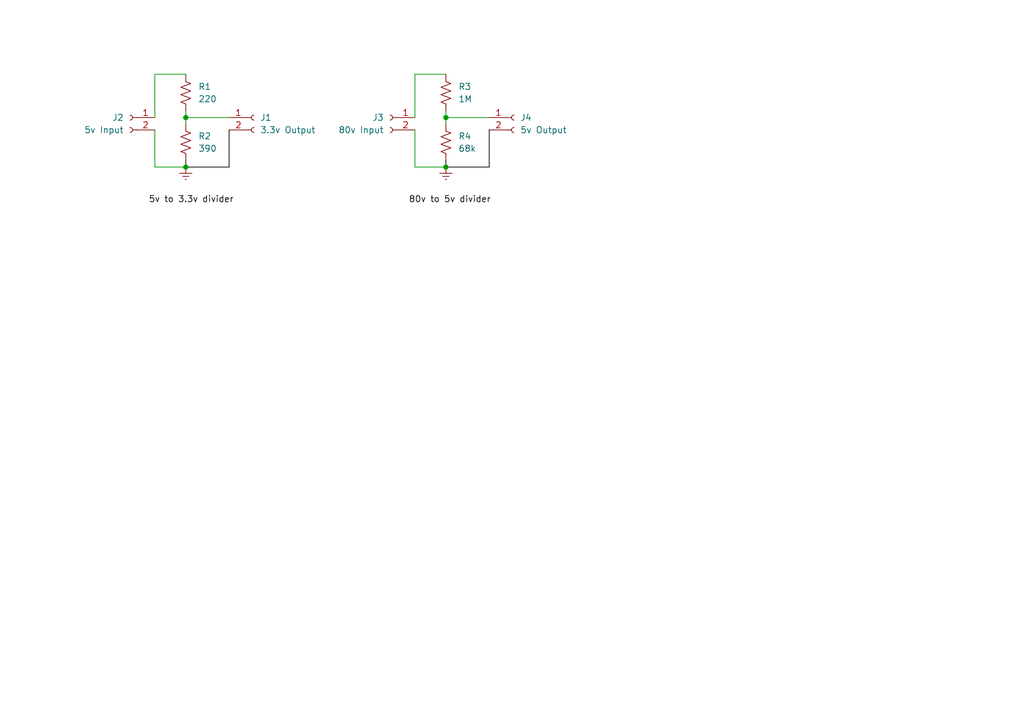
<source format=kicad_sch>
(kicad_sch (version 20231120) (generator "eeschema") (generator_version "8.0")
  (paper "A5")
  (title_block (title "voltage dividers"))
  (lib_symbols
    (symbol "Connector:Conn_01x02_Socket" (pin_names (offset 1.016) hide)
      (property "Reference" "J" (at 0 2.54 0))
      (property "Value" "Conn_01x02_Socket" (at 0 -5.08 0))
      (symbol "Conn_01x02_Socket_1_1"
        (arc (start 0 -2.032) (mid -0.5058 -2.54) (end 0 -3.048) (stroke (width 0.1524)))
        (polyline (pts (xy -1.27 -2.54) (xy -0.508 -2.54)) (stroke (width 0.1524)))
        (polyline (pts (xy -1.27 0) (xy -0.508 0)) (stroke (width 0.1524)))
        (arc (start 0 0.508) (mid -0.5058 0) (end 0 -0.508) (stroke (width 0.1524)))
        (pin passive line (at -5.08 0 0) (length 3.81) (name "Pin_1") (number "1"))
        (pin passive line (at -5.08 -2.54 0) (length 3.81) (name "Pin_2") (number "2"))
      )
    )
    (symbol "Device:R_US" (pin_numbers hide) (pin_names (offset 0))
      (property "Reference" "R" (at 2.54 0 90))
      (property "Value" "R_US" (at -2.54 0 90))
      (symbol "R_US_0_1"
        (polyline (pts (xy 0 -2.286) (xy 0 -2.54)))
        (polyline (pts (xy 0 2.286) (xy 0 2.54)))
        (polyline (pts (xy 0 -0.762) (xy 1.016 -1.143) (xy 0 -1.524) (xy -1.016 -1.905) (xy 0 -2.286)))
        (polyline (pts (xy 0 0.762) (xy 1.016 0.381) (xy 0 0) (xy -1.016 -0.381) (xy 0 -0.762)))
        (polyline (pts (xy 0 2.286) (xy 1.016 1.905) (xy 0 1.524) (xy -1.016 1.143) (xy 0 0.762)))
      )
      (symbol "R_US_1_1"
        (pin passive line (at 0 3.81 270) (length 1.27) (name "~") (number "1"))
        (pin passive line (at 0 -3.81 90) (length 1.27) (name "~") (number "2"))
      )
    )
    (symbol "power:Earth" (power) (pin_names (offset 0))
      (symbol "Earth_0_1"
        (polyline (pts (xy -0.635 -1.905) (xy 0.635 -1.905)))
        (polyline (pts (xy -0.127 -2.54) (xy 0.127 -2.54)))
        (polyline (pts (xy 0 -1.27) (xy 0 0)))
        (polyline (pts (xy 1.27 -1.27) (xy -1.27 -1.27)))
      )
      (symbol "Earth_1_1"
        (pin power_in line (at 0 0 270) (length 0) hide (name "Earth") (number "1"))
      )
    )
  )
  (junction (at 38.1 34.29))
  (junction (at 91.44 34.29))
  (junction (at 91.44 24.13))
  (junction (at 38.1 24.13))
  (wire (pts (xy 31.75 15.24) (xy 38.1 15.24)))
  (wire (pts (xy 85.09 34.29) (xy 91.44 34.29)))
  (wire (pts (xy 31.75 34.29) (xy 38.1 34.29)))
  (wire (pts (xy 91.44 34.29) (xy 100.33 34.29)) (stroke (width 0) (color 0 0 0 1)))
  (wire (pts (xy 46.99 34.29) (xy 46.99 26.67)) (stroke (width 0) (color 0 0 0 1)))
  (wire (pts (xy 91.44 24.13) (xy 100.33 24.13)))
  (wire (pts (xy 31.75 26.67) (xy 31.75 34.29)))
  (wire (pts (xy 38.1 34.29) (xy 46.99 34.29)) (stroke (width 0) (color 0 0 0 1)))
  (wire (pts (xy 38.1 22.86) (xy 38.1 24.13)))
  (wire (pts (xy 91.44 24.13) (xy 91.44 25.4)))
  (wire (pts (xy 31.75 15.24) (xy 31.75 24.13)))
  (wire (pts (xy 38.1 33.02) (xy 38.1 34.29)) (stroke (width 0) (color 0 0 0 1)))
  (wire (pts (xy 100.33 34.29) (xy 100.33 26.67)) (stroke (width 0) (color 0 0 0 1)))
  (wire (pts (xy 91.44 22.86) (xy 91.44 24.13)))
  (wire (pts (xy 38.1 24.13) (xy 38.1 25.4)))
  (wire (pts (xy 85.09 15.24) (xy 85.09 24.13)))
  (wire (pts (xy 38.1 24.13) (xy 46.99 24.13)))
  (wire (pts (xy 91.44 33.02) (xy 91.44 34.29)) (stroke (width 0) (color 0 0 0 1)))
  (wire (pts (xy 85.09 15.24) (xy 91.44 15.24)))
  (wire (pts (xy 85.09 26.67) (xy 85.09 34.29)))
  (label "5v to 3.3v divider" (at 30.48 41.91 0))
  (label "80v to 5v divider" (at 83.82 41.91 0))
  (symbol (lib_id "Device:R_US") (at 91.44 19.05 0) (unit 1)
    (property "Reference" "R3" (at 93.98 17.7799 0) (effects (justify left)))
    (property "Value" "1M" (at 93.98 20.3199 0) (effects (justify left)))
  )
  (symbol (lib_id "Connector:Conn_01x02_Socket") (at 105.41 24.13 0) (unit 1)
    (property "Reference" "J4" (at 106.68 24.1299 0) (effects (justify left)))
    (property "Value" "5v Output" (at 106.68 26.6699 0) (effects (justify left)))
    (property "Description" "Generic connector, single row, 01x02, script generated" (effects (hide yes)))
  )
  (symbol (lib_id "power:Earth") (at 91.44 34.29 0) (unit 1)
    (property "Reference" "#PWR02" (effects (hide yes)))
    (property "Value" "Earth" (effects (hide yes)))
  )
  (symbol (lib_id "power:Earth") (at 38.1 34.29 0) (unit 1)
    (property "Reference" "#PWR01" (effects (hide yes)))
    (property "Value" "Earth" (effects (hide yes)))
  )
  (symbol (lib_id "Device:R_US") (at 91.44 29.21 0) (unit 1)
    (property "Reference" "R4" (at 93.98 27.9399 0) (effects (justify left)))
    (property "Value" "68k" (at 93.98 30.4799 0) (effects (justify left)))
  )
  (symbol (lib_id "Device:R_US") (at 38.1 29.21 0) (unit 1)
    (property "Reference" "R2" (at 40.64 27.9399 0) (effects (justify left)))
    (property "Value" "390" (at 40.64 30.4799 0) (effects (justify left)))
  )
  (symbol (lib_id "Device:R_US") (at 38.1 19.05 0) (unit 1)
    (property "Reference" "R1" (at 40.64 17.7799 0) (effects (justify left)))
    (property "Value" "220" (at 40.64 20.3199 0) (effects (justify left)))
  )
  (symbol (lib_id "Connector:Conn_01x02_Socket") (at 80.01 24.13 0) (mirror y) (unit 1)
    (property "Reference" "J3" (at 78.74 24.1299 0) (effects (justify left)))
    (property "Value" "80v Input" (at 78.74 26.6699 0) (effects (justify left)))
    (property "Description" "Generic connector, single row, 01x02, script generated" (effects (hide yes)))
  )
  (symbol (lib_id "Connector:Conn_01x02_Socket") (at 52.07 24.13 0) (unit 1)
    (property "Reference" "J1" (at 53.34 24.1299 0) (effects (justify left)))
    (property "Value" "3.3v Output" (at 53.34 26.6699 0) (effects (justify left)))
    (property "Description" "Generic connector, single row, 01x02, script generated" (effects (hide yes)))
  )
  (symbol (lib_id "Connector:Conn_01x02_Socket") (at 26.67 24.13 0) (mirror y) (unit 1)
    (property "Reference" "J2" (at 25.4 24.1299 0) (effects (justify left)))
    (property "Value" "5v Input" (at 25.4 26.6699 0) (effects (justify left)))
    (property "Description" "Generic connector, single row, 01x02, script generated" (effects (hide yes)))
  )
)
</source>
